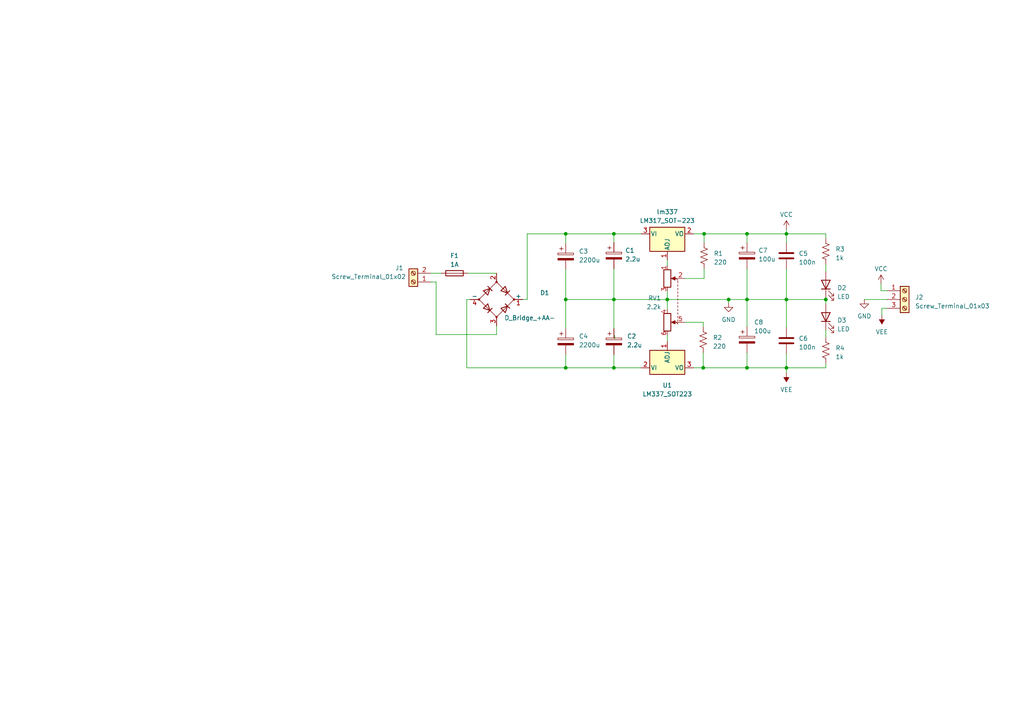
<source format=kicad_sch>
(kicad_sch (version 20230121) (generator eeschema)
  (paper "A4")
  (lib_symbols
    (symbol "Connector:Screw_Terminal_01x02" (pin_names (offset 1.016) hide)
      (property "Reference" "J" (at 0 2.54 0))
      (property "Value" "Screw_Terminal_01x02" (at 0 -5.08 0))
      (symbol "Screw_Terminal_01x02_1_1"
        (rectangle (start -1.27 1.27) (end 1.27 -3.81) (stroke (width 0.254)) (fill (type background)))
        (circle (center 0 -2.54) (radius 0.635) (stroke (width 0.1524)))
        (polyline (pts (xy -0.5334 -2.2098) (xy 0.3302 -3.048)) (stroke (width 0.1524)))
        (polyline (pts (xy -0.5334 0.3302) (xy 0.3302 -0.508)) (stroke (width 0.1524)))
        (polyline (pts (xy -0.3556 -2.032) (xy 0.508 -2.8702)) (stroke (width 0.1524)))
        (polyline (pts (xy -0.3556 0.508) (xy 0.508 -0.3302)) (stroke (width 0.1524)))
        (circle (center 0 0) (radius 0.635) (stroke (width 0.1524)))
        (pin passive line (at -5.08 0 0) (length 3.81) (name "Pin_1") (number "1"))
        (pin passive line (at -5.08 -2.54 0) (length 3.81) (name "Pin_2") (number "2"))
      )
    )
    (symbol "Connector:Screw_Terminal_01x03" (pin_names (offset 1.016) hide)
      (property "Reference" "J" (at 0 5.08 0))
      (property "Value" "Screw_Terminal_01x03" (at 0 -5.08 0))
      (symbol "Screw_Terminal_01x03_1_1"
        (rectangle (start -1.27 3.81) (end 1.27 -3.81) (stroke (width 0.254)) (fill (type background)))
        (circle (center 0 -2.54) (radius 0.635) (stroke (width 0.1524)))
        (polyline (pts (xy -0.5334 -2.2098) (xy 0.3302 -3.048)) (stroke (width 0.1524)))
        (polyline (pts (xy -0.5334 0.3302) (xy 0.3302 -0.508)) (stroke (width 0.1524)))
        (polyline (pts (xy -0.5334 2.8702) (xy 0.3302 2.032)) (stroke (width 0.1524)))
        (polyline (pts (xy -0.3556 -2.032) (xy 0.508 -2.8702)) (stroke (width 0.1524)))
        (polyline (pts (xy -0.3556 0.508) (xy 0.508 -0.3302)) (stroke (width 0.1524)))
        (polyline (pts (xy -0.3556 3.048) (xy 0.508 2.2098)) (stroke (width 0.1524)))
        (circle (center 0 0) (radius 0.635) (stroke (width 0.1524)))
        (circle (center 0 2.54) (radius 0.635) (stroke (width 0.1524)))
        (pin passive line (at -5.08 2.54 0) (length 3.81) (name "Pin_1") (number "1"))
        (pin passive line (at -5.08 0 0) (length 3.81) (name "Pin_2") (number "2"))
        (pin passive line (at -5.08 -2.54 0) (length 3.81) (name "Pin_3") (number "3"))
      )
    )
    (symbol "Device:C" (pin_numbers hide) (pin_names (offset 0.254))
      (property "Reference" "C" (at 0.635 2.54 0))
      (property "Value" "C" (at 0.635 -2.54 0))
      (symbol "C_0_1"
        (polyline (pts (xy -2.032 -0.762) (xy 2.032 -0.762)) (stroke (width 0.508)))
        (polyline (pts (xy -2.032 0.762) (xy 2.032 0.762)) (stroke (width 0.508)))
      )
      (symbol "C_1_1"
        (pin passive line (at 0 3.81 270) (length 2.794) (name "~") (number "1"))
        (pin passive line (at 0 -3.81 90) (length 2.794) (name "~") (number "2"))
      )
    )
    (symbol "Device:C_Polarized" (pin_numbers hide) (pin_names (offset 0.254))
      (property "Reference" "C" (at 0.635 2.54 0))
      (property "Value" "C_Polarized" (at 0.635 -2.54 0))
      (symbol "C_Polarized_0_1"
        (rectangle (start -2.286 0.508) (end 2.286 1.016))
        (polyline (pts (xy -1.778 2.286) (xy -0.762 2.286)))
        (polyline (pts (xy -1.27 2.794) (xy -1.27 1.778)))
        (rectangle (start 2.286 -0.508) (end -2.286 -1.016) (fill (type outline)))
      )
      (symbol "C_Polarized_1_1"
        (pin passive line (at 0 3.81 270) (length 2.794) (name "~") (number "1"))
        (pin passive line (at 0 -3.81 90) (length 2.794) (name "~") (number "2"))
      )
    )
    (symbol "Device:D_Bridge_+AA-" (pin_names (offset 0))
      (property "Reference" "D" (at 2.54 6.985 0))
      (property "Value" "D_Bridge_+AA-" (at 2.54 5.08 0))
      (symbol "D_Bridge_+AA-_0_1"
        (circle (center -5.08 0) (radius 0.254) (fill (type outline)))
        (circle (center 0 -5.08) (radius 0.254) (fill (type outline)))
        (polyline (pts (xy -2.54 3.81) (xy -1.27 2.54)) (stroke (width 0.254)))
        (polyline (pts (xy -1.27 -2.54) (xy -2.54 -3.81)) (stroke (width 0.254)))
        (polyline (pts (xy 2.54 -1.27) (xy 3.81 -2.54)) (stroke (width 0.254)))
        (polyline (pts (xy 2.54 1.27) (xy 3.81 2.54)) (stroke (width 0.254)))
        (polyline (pts (xy -3.81 2.54) (xy -2.54 1.27) (xy -1.905 3.175) (xy -3.81 2.54)) (stroke (width 0.254)))
        (polyline (pts (xy -2.54 -1.27) (xy -3.81 -2.54) (xy -1.905 -3.175) (xy -2.54 -1.27)) (stroke (width 0.254)))
        (polyline (pts (xy 1.27 2.54) (xy 2.54 3.81) (xy 3.175 1.905) (xy 1.27 2.54)) (stroke (width 0.254)))
        (polyline (pts (xy 3.175 -1.905) (xy 1.27 -2.54) (xy 2.54 -3.81) (xy 3.175 -1.905)) (stroke (width 0.254)))
        (polyline (pts (xy -5.08 0) (xy 0 -5.08) (xy 5.08 0) (xy 0 5.08) (xy -5.08 0)))
        (circle (center 0 5.08) (radius 0.254) (fill (type outline)))
        (circle (center 5.08 0) (radius 0.254) (fill (type outline)))
      )
      (symbol "D_Bridge_+AA-_1_1"
        (pin passive line (at 7.62 0 180) (length 2.54) (name "+") (number "1"))
        (pin passive line (at 0 7.62 270) (length 2.54) (name "~") (number "2"))
        (pin passive line (at 0 -7.62 90) (length 2.54) (name "~") (number "3"))
        (pin passive line (at -7.62 0 0) (length 2.54) (name "-") (number "4"))
      )
    )
    (symbol "Device:Fuse" (pin_numbers hide) (pin_names (offset 0))
      (property "Reference" "F" (at 2.032 0 90))
      (property "Value" "Fuse" (at -1.905 0 90))
      (symbol "Fuse_0_1"
        (rectangle (start -0.762 -2.54) (end 0.762 2.54) (stroke (width 0.254)))
        (polyline (pts (xy 0 2.54) (xy 0 -2.54)))
      )
      (symbol "Fuse_1_1"
        (pin passive line (at 0 3.81 270) (length 1.27) (name "~") (number "1"))
        (pin passive line (at 0 -3.81 90) (length 1.27) (name "~") (number "2"))
      )
    )
    (symbol "Device:LED" (pin_numbers hide) (pin_names (offset 1.016) hide)
      (property "Reference" "D" (at 0 2.54 0))
      (property "Value" "LED" (at 0 -2.54 0))
      (symbol "LED_0_1"
        (polyline (pts (xy -1.27 -1.27) (xy -1.27 1.27)) (stroke (width 0.254)))
        (polyline (pts (xy -1.27 0) (xy 1.27 0)))
        (polyline (pts (xy 1.27 -1.27) (xy 1.27 1.27) (xy -1.27 0) (xy 1.27 -1.27)) (stroke (width 0.254)))
        (polyline (pts (xy -3.048 -0.762) (xy -4.572 -2.286) (xy -3.81 -2.286) (xy -4.572 -2.286) (xy -4.572 -1.524)))
        (polyline (pts (xy -1.778 -0.762) (xy -3.302 -2.286) (xy -2.54 -2.286) (xy -3.302 -2.286) (xy -3.302 -1.524)))
      )
      (symbol "LED_1_1"
        (pin passive line (at -3.81 0 0) (length 2.54) (name "K") (number "1"))
        (pin passive line (at 3.81 0 180) (length 2.54) (name "A") (number "2"))
      )
    )
    (symbol "Device:R_Potentiometer_Dual" (pin_names (offset 1.016) hide)
      (property "Reference" "RV" (at 0 3.81 0))
      (property "Value" "R_Potentiometer_Dual" (at 0 1.905 0))
      (symbol "R_Potentiometer_Dual_0_1"
        (rectangle (start -8.89 -1.524) (end -3.81 -3.556) (stroke (width 0.254)))
        (polyline (pts (xy -6.35 0) (xy -6.35 -1.016)))
        (polyline (pts (xy -6.35 0) (xy -6.35 -1.016)))
        (polyline (pts (xy -6.35 0) (xy -5.842 0.508)))
        (polyline (pts (xy -5.588 0.508) (xy -5.08 0.508)))
        (polyline (pts (xy -4.572 0.508) (xy -4.064 0.508)))
        (polyline (pts (xy -3.556 0.508) (xy -3.048 0.508)))
        (polyline (pts (xy -2.54 0.508) (xy -2.032 0.508)))
        (polyline (pts (xy -1.524 0.508) (xy -1.016 0.508)))
        (polyline (pts (xy -0.508 0.508) (xy 0 0.508)))
        (polyline (pts (xy 0.508 0.508) (xy 1.016 0.508)))
        (polyline (pts (xy 1.524 0.508) (xy 2.032 0.508)))
        (polyline (pts (xy 2.54 0.508) (xy 3.048 0.508)))
        (polyline (pts (xy 3.556 0.508) (xy 4.064 0.508)))
        (polyline (pts (xy 4.572 0.508) (xy 5.08 0.508)))
        (polyline (pts (xy 5.588 0.508) (xy 6.096 0.508)))
        (polyline (pts (xy 6.35 0) (xy 6.35 -1.016)))
        (polyline (pts (xy 6.35 0) (xy 6.35 -1.016)))
        (polyline (pts (xy 6.604 0.508) (xy 6.858 0.508) (xy 6.35 0)))
        (polyline (pts (xy -6.35 -1.397) (xy -6.858 -0.254) (xy -5.842 -0.254) (xy -6.35 -1.397)) (fill (type outline)))
        (polyline (pts (xy 6.35 -1.397) (xy 5.842 -0.254) (xy 6.858 -0.254) (xy 6.35 -1.397)) (fill (type outline)))
        (rectangle (start 3.81 -1.524) (end 8.89 -3.556) (stroke (width 0.254)))
      )
      (symbol "R_Potentiometer_Dual_1_1"
        (pin passive line (at -10.16 -2.54 0) (length 1.27) (name "1") (number "1"))
        (pin passive line (at -6.35 2.54 270) (length 2.54) (name "2") (number "2"))
        (pin passive line (at -2.54 -2.54 180) (length 1.27) (name "3") (number "3"))
        (pin passive line (at 2.54 -2.54 0) (length 1.27) (name "4") (number "4"))
        (pin passive line (at 6.35 2.54 270) (length 2.54) (name "5") (number "5"))
        (pin passive line (at 10.16 -2.54 180) (length 1.27) (name "6") (number "6"))
      )
    )
    (symbol "Device:R_US" (pin_numbers hide) (pin_names (offset 0))
      (property "Reference" "R" (at 2.54 0 90))
      (property "Value" "R_US" (at -2.54 0 90))
      (symbol "R_US_0_1"
        (polyline (pts (xy 0 -2.286) (xy 0 -2.54)))
        (polyline (pts (xy 0 2.286) (xy 0 2.54)))
        (polyline (pts (xy 0 -0.762) (xy 1.016 -1.143) (xy 0 -1.524) (xy -1.016 -1.905) (xy 0 -2.286)))
        (polyline (pts (xy 0 0.762) (xy 1.016 0.381) (xy 0 0) (xy -1.016 -0.381) (xy 0 -0.762)))
        (polyline (pts (xy 0 2.286) (xy 1.016 1.905) (xy 0 1.524) (xy -1.016 1.143) (xy 0 0.762)))
      )
      (symbol "R_US_1_1"
        (pin passive line (at 0 3.81 270) (length 1.27) (name "~") (number "1"))
        (pin passive line (at 0 -3.81 90) (length 1.27) (name "~") (number "2"))
      )
    )
    (symbol "Regulator_Linear:LM317_SOT-223" (pin_names (offset 0.254))
      (property "Reference" "U" (at -3.81 3.175 0))
      (property "Value" "LM317_SOT-223" (at 0 3.175 0))
      (symbol "LM317_SOT-223_0_1"
        (rectangle (start -5.08 1.905) (end 5.08 -5.08) (stroke (width 0.254)) (fill (type background)))
      )
      (symbol "LM317_SOT-223_1_1"
        (pin input line (at 0 -7.62 90) (length 2.54) (name "ADJ") (number "1"))
        (pin power_out line (at 7.62 0 180) (length 2.54) (name "VO") (number "2"))
        (pin power_in line (at -7.62 0 0) (length 2.54) (name "VI") (number "3"))
      )
    )
    (symbol "Regulator_Linear:LM337_SOT223" (pin_names (offset 0.254))
      (property "Reference" "U" (at -3.81 -3.175 0))
      (property "Value" "LM337_SOT223" (at 0 -3.175 0))
      (symbol "LM337_SOT223_0_1"
        (rectangle (start -5.08 5.08) (end 5.08 -1.905) (stroke (width 0.254)) (fill (type background)))
      )
      (symbol "LM337_SOT223_1_1"
        (pin input line (at 0 7.62 270) (length 2.54) (name "ADJ") (number "1"))
        (pin power_in line (at -7.62 0 0) (length 2.54) (name "VI") (number "2"))
        (pin power_out line (at 7.62 0 180) (length 2.54) (name "VO") (number "3"))
      )
    )
    (symbol "power:GND" (power) (pin_names (offset 0))
      (property "Value" "GND" (at 0 -3.81 0))
      (symbol "GND_0_1"
        (polyline (pts (xy 0 0) (xy 0 -1.27) (xy 1.27 -1.27) (xy 0 -2.54) (xy -1.27 -1.27) (xy 0 -1.27)))
      )
      (symbol "GND_1_1"
        (pin power_in line (at 0 0 270) (length 0) hide (name "GND") (number "1"))
      )
    )
    (symbol "power:VCC" (power) (pin_names (offset 0))
      (property "Value" "VCC" (at 0 3.81 0))
      (symbol "VCC_0_1"
        (polyline (pts (xy -0.762 1.27) (xy 0 2.54)))
        (polyline (pts (xy 0 0) (xy 0 2.54)))
        (polyline (pts (xy 0 2.54) (xy 0.762 1.27)))
      )
      (symbol "VCC_1_1"
        (pin power_in line (at 0 0 90) (length 0) hide (name "VCC") (number "1"))
      )
    )
    (symbol "power:VEE" (power) (pin_names (offset 0))
      (property "Value" "VEE" (at 0 3.81 0))
      (symbol "VEE_0_1"
        (polyline (pts (xy 0 0) (xy 0 2.54)))
        (polyline (pts (xy 0.762 1.27) (xy -0.762 1.27) (xy 0 2.54) (xy 0.762 1.27)) (fill (type outline)))
      )
      (symbol "VEE_1_1"
        (pin power_in line (at 0 0 90) (length 0) hide (name "VEE") (number "1"))
      )
    )
  )
  (junction (at 164.084 106.68))
  (junction (at 216.662 67.818))
  (junction (at 193.548 86.868))
  (junction (at 216.662 86.868))
  (junction (at 203.962 106.68))
  (junction (at 228.092 106.68))
  (junction (at 204.216 67.818))
  (junction (at 178.054 106.68))
  (junction (at 164.084 67.818))
  (junction (at 239.522 86.868))
  (junction (at 178.054 67.818))
  (junction (at 228.092 67.818))
  (junction (at 228.092 86.868))
  (junction (at 178.054 86.868))
  (junction (at 211.328 86.868))
  (junction (at 164.084 86.868))
  (junction (at 216.662 106.68))
  (wire (pts (xy 239.522 106.68) (xy 239.522 105.41)))
  (wire (pts (xy 126.492 97.028) (xy 144.018 97.028)))
  (wire (pts (xy 228.092 102.616) (xy 228.092 106.68)))
  (wire (pts (xy 203.962 102.362) (xy 203.962 106.68)))
  (wire (pts (xy 178.054 86.868) (xy 193.548 86.868)))
  (wire (pts (xy 228.092 106.68) (xy 228.092 108.204)))
  (wire (pts (xy 193.548 84.582) (xy 193.548 86.868)))
  (wire (pts (xy 216.662 106.68) (xy 228.092 106.68)))
  (wire (pts (xy 193.548 75.438) (xy 193.548 76.962)))
  (wire (pts (xy 216.662 67.818) (xy 216.662 70.358)))
  (wire (pts (xy 216.662 102.362) (xy 216.662 106.68)))
  (wire (pts (xy 203.962 106.68) (xy 201.168 106.68)))
  (wire (pts (xy 204.216 67.818) (xy 204.216 70.358)))
  (wire (pts (xy 203.962 93.472) (xy 203.962 94.742)))
  (wire (pts (xy 255.524 82.296) (xy 255.524 84.328)))
  (wire (pts (xy 228.092 67.818) (xy 239.522 67.818)))
  (wire (pts (xy 164.084 70.612) (xy 164.084 67.818)))
  (wire (pts (xy 250.698 86.868) (xy 257.302 86.868)))
  (wire (pts (xy 239.522 76.708) (xy 239.522 78.74)))
  (wire (pts (xy 203.962 93.472) (xy 198.628 93.472)))
  (wire (pts (xy 178.308 98.298) (xy 178.308 97.282)))
  (wire (pts (xy 152.908 86.868) (xy 152.908 67.818)))
  (wire (pts (xy 204.216 77.978) (xy 204.216 80.772)))
  (wire (pts (xy 135.636 79.248) (xy 144.018 79.248)))
  (wire (pts (xy 193.548 86.868) (xy 193.548 89.662)))
  (wire (pts (xy 228.092 67.818) (xy 228.092 70.358)))
  (wire (pts (xy 204.216 67.818) (xy 216.662 67.818)))
  (wire (pts (xy 211.328 87.884) (xy 211.328 86.868)))
  (wire (pts (xy 228.092 106.68) (xy 239.522 106.68)))
  (wire (pts (xy 151.638 86.868) (xy 152.908 86.868)))
  (wire (pts (xy 164.084 86.868) (xy 164.084 95.25)))
  (wire (pts (xy 178.054 67.818) (xy 185.928 67.818)))
  (wire (pts (xy 216.662 86.868) (xy 216.662 94.742)))
  (wire (pts (xy 164.084 86.868) (xy 178.054 86.868)))
  (wire (pts (xy 164.084 78.232) (xy 164.084 86.868)))
  (wire (pts (xy 164.084 102.87) (xy 164.084 106.68)))
  (wire (pts (xy 239.522 86.868) (xy 239.522 88.138)))
  (wire (pts (xy 216.662 77.978) (xy 216.662 86.868)))
  (wire (pts (xy 216.662 67.818) (xy 228.092 67.818)))
  (wire (pts (xy 239.522 86.36) (xy 239.522 86.868)))
  (wire (pts (xy 193.802 86.868) (xy 211.328 86.868)))
  (wire (pts (xy 144.018 94.488) (xy 144.018 97.028)))
  (wire (pts (xy 178.054 102.87) (xy 178.054 106.68)))
  (wire (pts (xy 201.168 67.818) (xy 204.216 67.818)))
  (wire (pts (xy 193.548 97.282) (xy 193.548 99.06)))
  (wire (pts (xy 178.054 106.68) (xy 164.084 106.68)))
  (wire (pts (xy 228.092 86.868) (xy 228.092 94.996)))
  (wire (pts (xy 152.908 67.818) (xy 164.084 67.818)))
  (wire (pts (xy 164.084 67.818) (xy 178.054 67.818)))
  (wire (pts (xy 228.092 66.548) (xy 228.092 67.818)))
  (wire (pts (xy 135.382 106.68) (xy 164.084 106.68)))
  (wire (pts (xy 178.054 77.978) (xy 178.054 86.868)))
  (wire (pts (xy 126.492 81.788) (xy 126.492 97.028)))
  (wire (pts (xy 126.492 81.788) (xy 124.968 81.788)))
  (wire (pts (xy 204.216 80.772) (xy 198.628 80.772)))
  (wire (pts (xy 257.302 89.408) (xy 255.778 89.408)))
  (wire (pts (xy 185.928 106.68) (xy 178.054 106.68)))
  (wire (pts (xy 178.054 70.358) (xy 178.054 67.818)))
  (wire (pts (xy 239.522 95.758) (xy 239.522 97.79)))
  (wire (pts (xy 216.662 106.68) (xy 203.962 106.68)))
  (wire (pts (xy 136.398 86.868) (xy 135.382 86.868)))
  (wire (pts (xy 124.968 79.248) (xy 128.016 79.248)))
  (wire (pts (xy 216.662 86.868) (xy 228.092 86.868)))
  (wire (pts (xy 135.382 86.868) (xy 135.382 106.68)))
  (wire (pts (xy 239.522 67.818) (xy 239.522 69.088)))
  (wire (pts (xy 255.778 89.408) (xy 255.778 91.44)))
  (wire (pts (xy 255.524 84.328) (xy 257.302 84.328)))
  (wire (pts (xy 211.328 86.868) (xy 216.662 86.868)))
  (wire (pts (xy 228.092 86.868) (xy 239.522 86.868)))
  (wire (pts (xy 228.092 77.978) (xy 228.092 86.868)))
  (wire (pts (xy 178.054 86.868) (xy 178.054 95.25)))
  (symbol (lib_id "Connector:Screw_Terminal_01x02") (at 119.888 81.788 180) (unit 1)
    (property "Reference" "J1" (at 115.824 77.724 0))
    (property "Value" "Screw_Terminal_01x02" (at 106.934 80.264 0))
  )
  (symbol (lib_id "Device:Fuse") (at 131.826 79.248 90) (unit 1)
    (property "Reference" "F1" (at 131.826 74.168 90))
    (property "Value" "1A" (at 131.826 76.708 90))
  )
  (symbol (lib_id "power:VCC") (at 228.092 66.548 0) (unit 1)
    (property "Reference" "#PWR02" (effects hide))
    (property "Value" "VCC" (at 228.092 62.23 0))
  )
  (symbol (lib_id "Device:C_Polarized") (at 164.084 99.06 0) (unit 1)
    (property "Reference" "C4" (at 167.894 97.536 0) (effects (justify left)))
    (property "Value" "2200u" (at 167.894 100.076 0) (effects (justify left)))
  )
  (symbol (lib_id "Device:C") (at 228.092 98.806 0) (unit 1)
    (property "Reference" "C6" (at 231.648 98.171 0) (effects (justify left)))
    (property "Value" "100n" (at 231.648 100.711 0) (effects (justify left)))
  )
  (symbol (lib_id "Device:R_Potentiometer_Dual") (at 196.088 87.122 270) (unit 1)
    (property "Reference" "RV1" (at 191.77 86.487 90) (effects (justify right)))
    (property "Value" "2.2k" (at 191.77 89.027 90) (effects (justify right)))
    (property "Footprint" "Potentiometer_THT:Potentiometer_Alpha_RD902F-40-00D_Dual_Vertical" (effects hide))
  )
  (symbol (lib_id "Device:C_Polarized") (at 178.054 99.06 0) (unit 1)
    (property "Reference" "C2" (at 181.864 97.536 0) (effects (justify left)))
    (property "Value" "2.2u" (at 181.864 100.076 0) (effects (justify left)))
  )
  (symbol (lib_id "power:VEE") (at 228.092 108.204 180) (unit 1)
    (property "Reference" "#PWR03" (effects hide))
    (property "Value" "VEE" (at 228.092 113.03 0))
  )
  (symbol (lib_id "power:VEE") (at 255.778 91.44 180) (unit 1)
    (property "Reference" "#PWR05" (effects hide))
    (property "Value" "VEE" (at 255.778 96.266 0))
  )
  (symbol (lib_id "power:VCC") (at 255.524 82.296 0) (unit 1)
    (property "Reference" "#PWR04" (effects hide))
    (property "Value" "VCC" (at 255.524 77.978 0))
  )
  (symbol (lib_id "Regulator_Linear:LM317_SOT-223") (at 193.548 67.818 0) (unit 1)
    (property "Reference" "lm337" (at 193.548 61.468 0))
    (property "Value" "LM317_SOT-223" (at 193.548 64.008 0))
    (property "Footprint" "Package_TO_SOT_SMD:SOT-223-3_TabPin2" (effects hide))
    (property "Datasheet" "http://www.ti.com/lit/ds/symlink/lm317.pdf" (effects hide))
  )
  (symbol (lib_id "Device:R_US") (at 239.522 101.6 0) (unit 1)
    (property "Reference" "R4" (at 242.316 100.965 0) (effects (justify left)))
    (property "Value" "1k" (at 242.316 103.505 0) (effects (justify left)))
  )
  (symbol (lib_id "Device:C_Polarized") (at 164.084 74.422 0) (unit 1)
    (property "Reference" "C3" (at 167.894 72.898 0) (effects (justify left)))
    (property "Value" "2200u" (at 167.894 75.438 0) (effects (justify left)))
  )
  (symbol (lib_id "Regulator_Linear:LM337_SOT223") (at 193.548 106.68 0) (unit 1)
    (property "Reference" "U1" (at 193.548 111.76 0))
    (property "Value" "LM337_SOT223" (at 193.548 114.3 0))
    (property "Footprint" "Package_TO_SOT_SMD:SOT-223-3_TabPin2" (effects hide))
    (property "Datasheet" "http://www.ti.com/lit/ds/symlink/lm337-n.pdf" (effects hide))
  )
  (symbol (lib_id "Device:R_US") (at 203.962 98.552 0) (unit 1)
    (property "Reference" "R2" (at 206.756 97.917 0) (effects (justify left)))
    (property "Value" "220" (at 206.756 100.457 0) (effects (justify left)))
  )
  (symbol (lib_id "Device:C") (at 228.092 74.168 0) (unit 1)
    (property "Reference" "C5" (at 231.648 73.533 0) (effects (justify left)))
    (property "Value" "100n" (at 231.648 76.073 0) (effects (justify left)))
  )
  (symbol (lib_id "Device:LED") (at 239.522 82.55 90) (unit 1)
    (property "Reference" "D2" (at 242.824 83.5025 90) (effects (justify right)))
    (property "Value" "LED" (at 242.824 86.0425 90) (effects (justify right)))
  )
  (symbol (lib_id "Connector:Screw_Terminal_01x03") (at 262.382 86.868 0) (unit 1)
    (property "Reference" "J2" (at 265.43 86.233 0) (effects (justify left)))
    (property "Value" "Screw_Terminal_01x03" (at 265.43 88.773 0) (effects (justify left)))
  )
  (symbol (lib_id "power:GND") (at 211.328 87.884 0) (unit 1)
    (property "Reference" "#PWR01" (effects hide))
    (property "Value" "GND" (at 211.328 92.71 0))
  )
  (symbol (lib_id "Device:LED") (at 239.522 91.948 90) (unit 1)
    (property "Reference" "D3" (at 242.824 92.9005 90) (effects (justify right)))
    (property "Value" "LED" (at 242.824 95.4405 90) (effects (justify right)))
  )
  (symbol (lib_id "Device:R_US") (at 239.522 72.898 0) (unit 1)
    (property "Reference" "R3" (at 242.316 72.263 0) (effects (justify left)))
    (property "Value" "1k" (at 242.316 74.803 0) (effects (justify left)))
  )
  (symbol (lib_id "Device:C_Polarized") (at 216.662 74.168 0) (unit 1)
    (property "Reference" "C7" (at 219.964 72.644 0) (effects (justify left)))
    (property "Value" "100u" (at 219.964 75.184 0) (effects (justify left)))
  )
  (symbol (lib_id "Device:D_Bridge_+AA-") (at 144.018 86.868 0) (unit 1)
    (property "Reference" "D1" (at 157.988 84.9377 0))
    (property "Value" "D_Bridge_+AA-" (at 153.67 92.202 0))
    (property "Footprint" "Diode_SMD:Diode_Bridge_Bourns_CD-DF4xxS" (effects hide))
  )
  (symbol (lib_id "Device:R_US") (at 204.216 74.168 0) (unit 1)
    (property "Reference" "R1" (at 207.01 73.533 0) (effects (justify left)))
    (property "Value" "220" (at 207.01 76.073 0) (effects (justify left)))
  )
  (symbol (lib_id "Device:C_Polarized") (at 178.054 74.168 0) (unit 1)
    (property "Reference" "C1" (at 181.356 72.644 0) (effects (justify left)))
    (property "Value" "2.2u" (at 181.356 75.184 0) (effects (justify left)))
  )
  (symbol (lib_id "Device:C_Polarized") (at 216.662 98.552 0) (unit 1)
    (property "Reference" "C8" (at 218.694 93.472 0) (effects (justify left)))
    (property "Value" "100u" (at 218.694 96.012 0) (effects (justify left)))
  )
  (symbol (lib_id "power:GND") (at 250.698 86.868 0) (unit 1)
    (property "Reference" "#PWR06" (effects hide))
    (property "Value" "GND" (at 250.698 91.694 0))
  )
)
</source>
